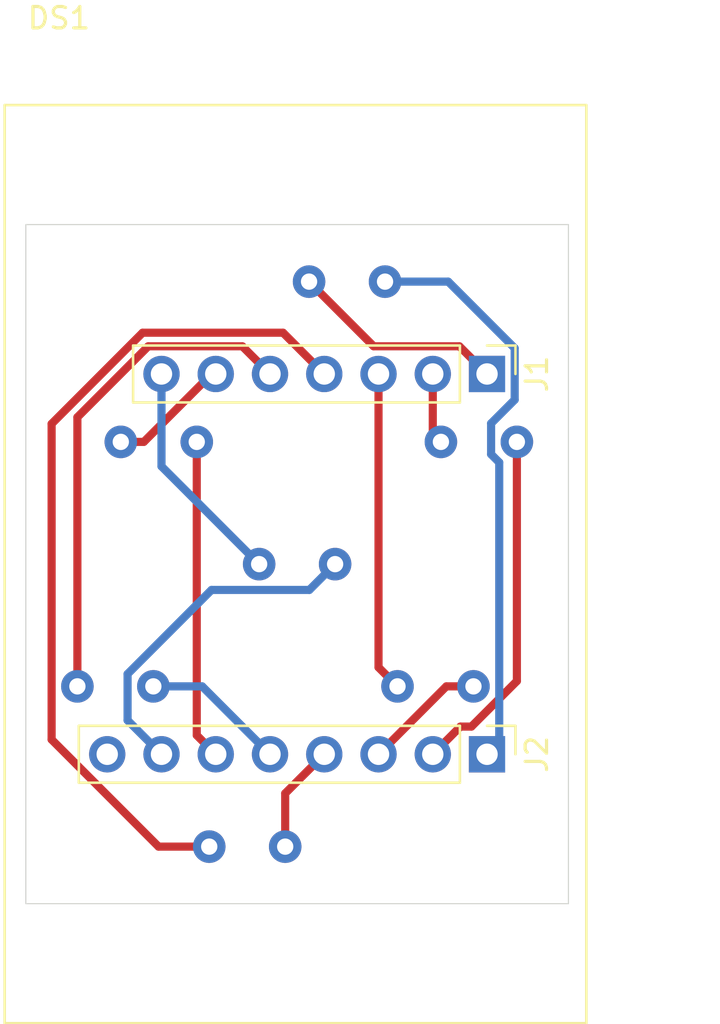
<source format=kicad_pcb>
(kicad_pcb (version 20171130) (host pcbnew 5.1.10-6.fc34)

  (general
    (thickness 1.6)
    (drawings 6)
    (tracks 47)
    (zones 0)
    (modules 3)
    (nets 16)
  )

  (page A4)
  (layers
    (0 F.Cu signal)
    (31 B.Cu signal)
    (32 B.Adhes user)
    (33 F.Adhes user)
    (34 B.Paste user)
    (35 F.Paste user)
    (36 B.SilkS user)
    (37 F.SilkS user)
    (38 B.Mask user)
    (39 F.Mask user)
    (40 Dwgs.User user)
    (41 Cmts.User user)
    (42 Eco1.User user)
    (43 Eco2.User user)
    (44 Edge.Cuts user)
    (45 Margin user)
    (46 B.CrtYd user)
    (47 F.CrtYd user)
    (48 B.Fab user)
    (49 F.Fab user)
  )

  (setup
    (last_trace_width 0.381)
    (user_trace_width 0.381)
    (trace_clearance 0.254)
    (zone_clearance 0.508)
    (zone_45_only no)
    (trace_min 0.2)
    (via_size 0.8)
    (via_drill 0.4)
    (via_min_size 0.4)
    (via_min_drill 0.3)
    (uvia_size 0.3)
    (uvia_drill 0.1)
    (uvias_allowed no)
    (uvia_min_size 0.2)
    (uvia_min_drill 0.1)
    (edge_width 0.05)
    (segment_width 0.2)
    (pcb_text_width 0.3)
    (pcb_text_size 1.5 1.5)
    (mod_edge_width 0.12)
    (mod_text_size 1 1)
    (mod_text_width 0.15)
    (pad_size 1.524 1.524)
    (pad_drill 0.762)
    (pad_to_mask_clearance 0)
    (aux_axis_origin 0 0)
    (visible_elements FFFFFF7F)
    (pcbplotparams
      (layerselection 0x010fc_ffffffff)
      (usegerberextensions false)
      (usegerberattributes true)
      (usegerberadvancedattributes true)
      (creategerberjobfile true)
      (excludeedgelayer true)
      (linewidth 0.100000)
      (plotframeref false)
      (viasonmask false)
      (mode 1)
      (useauxorigin false)
      (hpglpennumber 1)
      (hpglpenspeed 20)
      (hpglpendiameter 15.000000)
      (psnegative false)
      (psa4output false)
      (plotreference true)
      (plotvalue true)
      (plotinvisibletext false)
      (padsonsilk false)
      (subtractmaskfromsilk false)
      (outputformat 1)
      (mirror false)
      (drillshape 1)
      (scaleselection 1)
      (outputdirectory ""))
  )

  (net 0 "")
  (net 1 "Net-(DS1-PadD2)")
  (net 2 "Net-(DS1-PadD1)")
  (net 3 "Net-(DS1-PadC2)")
  (net 4 "Net-(DS1-PadC1)")
  (net 5 "Net-(DS1-PadE2)")
  (net 6 "Net-(DS1-PadE1)")
  (net 7 "Net-(DS1-PadG2)")
  (net 8 "Net-(DS1-PadG1)")
  (net 9 "Net-(DS1-PadB2)")
  (net 10 "Net-(DS1-PadB1)")
  (net 11 "Net-(DS1-PadF2)")
  (net 12 "Net-(DS1-PadF1)")
  (net 13 "Net-(DS1-PadA2)")
  (net 14 "Net-(DS1-PadA1)")
  (net 15 "Net-(J2-Pad8)")

  (net_class Default "This is the default net class."
    (clearance 0.254)
    (trace_width 0.381)
    (via_dia 0.8)
    (via_drill 0.4)
    (uvia_dia 0.3)
    (uvia_drill 0.1)
    (add_net "Net-(DS1-PadA1)")
    (add_net "Net-(DS1-PadA2)")
    (add_net "Net-(DS1-PadB1)")
    (add_net "Net-(DS1-PadB2)")
    (add_net "Net-(DS1-PadC1)")
    (add_net "Net-(DS1-PadC2)")
    (add_net "Net-(DS1-PadD1)")
    (add_net "Net-(DS1-PadD2)")
    (add_net "Net-(DS1-PadE1)")
    (add_net "Net-(DS1-PadE2)")
    (add_net "Net-(DS1-PadF1)")
    (add_net "Net-(DS1-PadF2)")
    (add_net "Net-(DS1-PadG1)")
    (add_net "Net-(DS1-PadG2)")
    (add_net "Net-(J2-Pad8)")
  )

  (module mio:Small_7_Seg_FlipDot (layer F.Cu) (tedit 6148230F) (tstamp 61483EE1)
    (at 143.51 87.63)
    (path /61475AA5)
    (fp_text reference DS1 (at -11.1506 -25.527) (layer F.SilkS)
      (effects (font (size 1 1) (thickness 0.15)))
    )
    (fp_text value Small_7_Seg_FlipDot (at -6.0706 -22.987) (layer F.Fab)
      (effects (font (size 1 1) (thickness 0.15)))
    )
    (fp_line (start 13.5382 21.463) (end -13.6906 21.463) (layer F.SilkS) (width 0.12))
    (fp_line (start 13.5382 -21.463) (end 13.5382 21.463) (layer F.SilkS) (width 0.12))
    (fp_line (start -13.6906 -21.463) (end 13.5382 -21.463) (layer F.SilkS) (width 0.12))
    (fp_line (start -13.6906 -21.463) (end -13.6906 21.463) (layer F.SilkS) (width 0.12))
    (pad A1 thru_hole circle (at 0.5588 -13.208) (size 1.524 1.524) (drill 0.762) (layers *.Cu *.Mask)
      (net 14 "Net-(DS1-PadA1)"))
    (pad A2 thru_hole circle (at 4.1148 -13.208) (size 1.524 1.524) (drill 0.762) (layers *.Cu *.Mask)
      (net 13 "Net-(DS1-PadA2)"))
    (pad F1 thru_hole circle (at -8.255 -5.715) (size 1.524 1.524) (drill 0.762) (layers *.Cu *.Mask)
      (net 12 "Net-(DS1-PadF1)"))
    (pad F2 thru_hole circle (at -4.699 -5.715) (size 1.524 1.524) (drill 0.762) (layers *.Cu *.Mask)
      (net 11 "Net-(DS1-PadF2)"))
    (pad B1 thru_hole circle (at 6.731 -5.715) (size 1.524 1.524) (drill 0.762) (layers *.Cu *.Mask)
      (net 10 "Net-(DS1-PadB1)"))
    (pad B2 thru_hole circle (at 10.287 -5.715) (size 1.524 1.524) (drill 0.762) (layers *.Cu *.Mask)
      (net 9 "Net-(DS1-PadB2)"))
    (pad G1 thru_hole circle (at -1.778 0) (size 1.524 1.524) (drill 0.762) (layers *.Cu *.Mask)
      (net 8 "Net-(DS1-PadG1)"))
    (pad G2 thru_hole circle (at 1.778 0) (size 1.524 1.524) (drill 0.762) (layers *.Cu *.Mask)
      (net 7 "Net-(DS1-PadG2)"))
    (pad E1 thru_hole circle (at -10.287 5.715) (size 1.524 1.524) (drill 0.762) (layers *.Cu *.Mask)
      (net 6 "Net-(DS1-PadE1)"))
    (pad E2 thru_hole circle (at -6.731 5.715) (size 1.524 1.524) (drill 0.762) (layers *.Cu *.Mask)
      (net 5 "Net-(DS1-PadE2)"))
    (pad C1 thru_hole circle (at 4.699 5.715) (size 1.524 1.524) (drill 0.762) (layers *.Cu *.Mask)
      (net 4 "Net-(DS1-PadC1)"))
    (pad C2 thru_hole circle (at 8.255 5.715) (size 1.524 1.524) (drill 0.762) (layers *.Cu *.Mask)
      (net 3 "Net-(DS1-PadC2)"))
    (pad D1 thru_hole circle (at -4.1148 13.208) (size 1.524 1.524) (drill 0.762) (layers *.Cu *.Mask)
      (net 2 "Net-(DS1-PadD1)"))
    (pad D2 thru_hole circle (at -0.5588 13.208) (size 1.524 1.524) (drill 0.762) (layers *.Cu *.Mask)
      (net 1 "Net-(DS1-PadD2)"))
  )

  (module Connector_PinHeader_2.54mm:PinHeader_1x08_P2.54mm_Vertical (layer F.Cu) (tedit 59FED5CC) (tstamp 61482F2D)
    (at 152.4 96.52 270)
    (descr "Through hole straight pin header, 1x08, 2.54mm pitch, single row")
    (tags "Through hole pin header THT 1x08 2.54mm single row")
    (path /61478939)
    (fp_text reference J2 (at 0 -2.33 90) (layer F.SilkS)
      (effects (font (size 1 1) (thickness 0.15)))
    )
    (fp_text value Conn_01x08_Male (at 0 20.11 90) (layer F.Fab)
      (effects (font (size 1 1) (thickness 0.15)))
    )
    (fp_text user %R (at 0 8.89) (layer F.Fab)
      (effects (font (size 1 1) (thickness 0.15)))
    )
    (fp_line (start -0.635 -1.27) (end 1.27 -1.27) (layer F.Fab) (width 0.1))
    (fp_line (start 1.27 -1.27) (end 1.27 19.05) (layer F.Fab) (width 0.1))
    (fp_line (start 1.27 19.05) (end -1.27 19.05) (layer F.Fab) (width 0.1))
    (fp_line (start -1.27 19.05) (end -1.27 -0.635) (layer F.Fab) (width 0.1))
    (fp_line (start -1.27 -0.635) (end -0.635 -1.27) (layer F.Fab) (width 0.1))
    (fp_line (start -1.33 19.11) (end 1.33 19.11) (layer F.SilkS) (width 0.12))
    (fp_line (start -1.33 1.27) (end -1.33 19.11) (layer F.SilkS) (width 0.12))
    (fp_line (start 1.33 1.27) (end 1.33 19.11) (layer F.SilkS) (width 0.12))
    (fp_line (start -1.33 1.27) (end 1.33 1.27) (layer F.SilkS) (width 0.12))
    (fp_line (start -1.33 0) (end -1.33 -1.33) (layer F.SilkS) (width 0.12))
    (fp_line (start -1.33 -1.33) (end 0 -1.33) (layer F.SilkS) (width 0.12))
    (fp_line (start -1.8 -1.8) (end -1.8 19.55) (layer F.CrtYd) (width 0.05))
    (fp_line (start -1.8 19.55) (end 1.8 19.55) (layer F.CrtYd) (width 0.05))
    (fp_line (start 1.8 19.55) (end 1.8 -1.8) (layer F.CrtYd) (width 0.05))
    (fp_line (start 1.8 -1.8) (end -1.8 -1.8) (layer F.CrtYd) (width 0.05))
    (pad 1 thru_hole rect (at 0 0 270) (size 1.7 1.7) (drill 1) (layers *.Cu *.Mask)
      (net 13 "Net-(DS1-PadA2)"))
    (pad 2 thru_hole oval (at 0 2.54 270) (size 1.7 1.7) (drill 1) (layers *.Cu *.Mask)
      (net 9 "Net-(DS1-PadB2)"))
    (pad 3 thru_hole oval (at 0 5.08 270) (size 1.7 1.7) (drill 1) (layers *.Cu *.Mask)
      (net 3 "Net-(DS1-PadC2)"))
    (pad 4 thru_hole oval (at 0 7.62 270) (size 1.7 1.7) (drill 1) (layers *.Cu *.Mask)
      (net 1 "Net-(DS1-PadD2)"))
    (pad 5 thru_hole oval (at 0 10.16 270) (size 1.7 1.7) (drill 1) (layers *.Cu *.Mask)
      (net 5 "Net-(DS1-PadE2)"))
    (pad 6 thru_hole oval (at 0 12.7 270) (size 1.7 1.7) (drill 1) (layers *.Cu *.Mask)
      (net 11 "Net-(DS1-PadF2)"))
    (pad 7 thru_hole oval (at 0 15.24 270) (size 1.7 1.7) (drill 1) (layers *.Cu *.Mask)
      (net 7 "Net-(DS1-PadG2)"))
    (pad 8 thru_hole oval (at 0 17.78 270) (size 1.7 1.7) (drill 1) (layers *.Cu *.Mask)
      (net 15 "Net-(J2-Pad8)"))
    (model ${KISYS3DMOD}/Connector_PinHeader_2.54mm.3dshapes/PinHeader_1x08_P2.54mm_Vertical.wrl
      (at (xyz 0 0 0))
      (scale (xyz 1 1 1))
      (rotate (xyz 0 0 0))
    )
  )

  (module Connector_PinHeader_2.54mm:PinHeader_1x07_P2.54mm_Vertical (layer F.Cu) (tedit 59FED5CC) (tstamp 61482F11)
    (at 152.4 78.74 270)
    (descr "Through hole straight pin header, 1x07, 2.54mm pitch, single row")
    (tags "Through hole pin header THT 1x07 2.54mm single row")
    (path /61476E67)
    (fp_text reference J1 (at 0 -2.33 90) (layer F.SilkS)
      (effects (font (size 1 1) (thickness 0.15)))
    )
    (fp_text value Conn_01x07_Male (at 0 17.57 90) (layer F.Fab)
      (effects (font (size 1 1) (thickness 0.15)))
    )
    (fp_text user %R (at 0 7.62) (layer F.Fab)
      (effects (font (size 1 1) (thickness 0.15)))
    )
    (fp_line (start -0.635 -1.27) (end 1.27 -1.27) (layer F.Fab) (width 0.1))
    (fp_line (start 1.27 -1.27) (end 1.27 16.51) (layer F.Fab) (width 0.1))
    (fp_line (start 1.27 16.51) (end -1.27 16.51) (layer F.Fab) (width 0.1))
    (fp_line (start -1.27 16.51) (end -1.27 -0.635) (layer F.Fab) (width 0.1))
    (fp_line (start -1.27 -0.635) (end -0.635 -1.27) (layer F.Fab) (width 0.1))
    (fp_line (start -1.33 16.57) (end 1.33 16.57) (layer F.SilkS) (width 0.12))
    (fp_line (start -1.33 1.27) (end -1.33 16.57) (layer F.SilkS) (width 0.12))
    (fp_line (start 1.33 1.27) (end 1.33 16.57) (layer F.SilkS) (width 0.12))
    (fp_line (start -1.33 1.27) (end 1.33 1.27) (layer F.SilkS) (width 0.12))
    (fp_line (start -1.33 0) (end -1.33 -1.33) (layer F.SilkS) (width 0.12))
    (fp_line (start -1.33 -1.33) (end 0 -1.33) (layer F.SilkS) (width 0.12))
    (fp_line (start -1.8 -1.8) (end -1.8 17.05) (layer F.CrtYd) (width 0.05))
    (fp_line (start -1.8 17.05) (end 1.8 17.05) (layer F.CrtYd) (width 0.05))
    (fp_line (start 1.8 17.05) (end 1.8 -1.8) (layer F.CrtYd) (width 0.05))
    (fp_line (start 1.8 -1.8) (end -1.8 -1.8) (layer F.CrtYd) (width 0.05))
    (pad 1 thru_hole rect (at 0 0 270) (size 1.7 1.7) (drill 1) (layers *.Cu *.Mask)
      (net 14 "Net-(DS1-PadA1)"))
    (pad 2 thru_hole oval (at 0 2.54 270) (size 1.7 1.7) (drill 1) (layers *.Cu *.Mask)
      (net 10 "Net-(DS1-PadB1)"))
    (pad 3 thru_hole oval (at 0 5.08 270) (size 1.7 1.7) (drill 1) (layers *.Cu *.Mask)
      (net 4 "Net-(DS1-PadC1)"))
    (pad 4 thru_hole oval (at 0 7.62 270) (size 1.7 1.7) (drill 1) (layers *.Cu *.Mask)
      (net 2 "Net-(DS1-PadD1)"))
    (pad 5 thru_hole oval (at 0 10.16 270) (size 1.7 1.7) (drill 1) (layers *.Cu *.Mask)
      (net 6 "Net-(DS1-PadE1)"))
    (pad 6 thru_hole oval (at 0 12.7 270) (size 1.7 1.7) (drill 1) (layers *.Cu *.Mask)
      (net 12 "Net-(DS1-PadF1)"))
    (pad 7 thru_hole oval (at 0 15.24 270) (size 1.7 1.7) (drill 1) (layers *.Cu *.Mask)
      (net 8 "Net-(DS1-PadG1)"))
    (model ${KISYS3DMOD}/Connector_PinHeader_2.54mm.3dshapes/PinHeader_1x07_P2.54mm_Vertical.wrl
      (at (xyz 0 0 0))
      (scale (xyz 1 1 1))
      (rotate (xyz 0 0 0))
    )
  )

  (dimension 31.75 (width 0.15) (layer Dwgs.User)
    (gr_text "1.2500 in" (at 161.955 87.63 90) (layer Dwgs.User)
      (effects (font (size 1 1) (thickness 0.15)))
    )
    (feature1 (pts (xy 156.21 71.755) (xy 161.241421 71.755)))
    (feature2 (pts (xy 156.21 103.505) (xy 161.241421 103.505)))
    (crossbar (pts (xy 160.655 103.505) (xy 160.655 71.755)))
    (arrow1a (pts (xy 160.655 71.755) (xy 161.241421 72.881504)))
    (arrow1b (pts (xy 160.655 71.755) (xy 160.068579 72.881504)))
    (arrow2a (pts (xy 160.655 103.505) (xy 161.241421 102.378496)))
    (arrow2b (pts (xy 160.655 103.505) (xy 160.068579 102.378496)))
  )
  (dimension 25.4 (width 0.15) (layer Dwgs.User)
    (gr_text "1.0000 in" (at 143.51 109.25) (layer Dwgs.User)
      (effects (font (size 1 1) (thickness 0.15)))
    )
    (feature1 (pts (xy 130.81 103.505) (xy 130.81 108.536421)))
    (feature2 (pts (xy 156.21 103.505) (xy 156.21 108.536421)))
    (crossbar (pts (xy 156.21 107.95) (xy 130.81 107.95)))
    (arrow1a (pts (xy 130.81 107.95) (xy 131.936504 107.363579)))
    (arrow1b (pts (xy 130.81 107.95) (xy 131.936504 108.536421)))
    (arrow2a (pts (xy 156.21 107.95) (xy 155.083496 107.363579)))
    (arrow2b (pts (xy 156.21 107.95) (xy 155.083496 108.536421)))
  )
  (gr_line (start 156.21 71.755) (end 156.21 103.505) (layer Edge.Cuts) (width 0.05) (tstamp 614849B3))
  (gr_line (start 130.81 71.755) (end 156.21 71.755) (layer Edge.Cuts) (width 0.05))
  (gr_line (start 130.81 103.505) (end 130.81 71.755) (layer Edge.Cuts) (width 0.05))
  (gr_line (start 156.21 103.505) (end 130.81 103.505) (layer Edge.Cuts) (width 0.05))

  (segment (start 142.9512 100.838) (end 142.9512 98.3488) (width 0.381) (layer F.Cu) (net 1))
  (segment (start 142.9512 98.3488) (end 144.78 96.52) (width 0.381) (layer F.Cu) (net 1))
  (segment (start 132.016499 95.832361) (end 137.022138 100.838) (width 0.381) (layer F.Cu) (net 2))
  (segment (start 132.016499 81.0696) (end 132.016499 95.832361) (width 0.381) (layer F.Cu) (net 2))
  (segment (start 136.27561 76.810489) (end 132.016499 81.0696) (width 0.381) (layer F.Cu) (net 2))
  (segment (start 142.850489 76.810489) (end 136.27561 76.810489) (width 0.381) (layer F.Cu) (net 2))
  (segment (start 144.78 78.74) (end 142.850489 76.810489) (width 0.381) (layer F.Cu) (net 2))
  (segment (start 137.022138 100.838) (end 139.319 100.838) (width 0.381) (layer F.Cu) (net 2))
  (segment (start 147.32 96.52) (end 150.495 93.345) (width 0.381) (layer F.Cu) (net 3))
  (segment (start 150.495 93.345) (end 151.765 93.345) (width 0.381) (layer F.Cu) (net 3))
  (segment (start 147.32 78.74) (end 147.32 92.456) (width 0.381) (layer F.Cu) (net 4))
  (segment (start 147.32 92.456) (end 148.209 93.345) (width 0.381) (layer F.Cu) (net 4))
  (segment (start 136.779 93.345) (end 139.065 93.345) (width 0.381) (layer B.Cu) (net 5))
  (segment (start 139.065 93.345) (end 142.24 96.52) (width 0.381) (layer B.Cu) (net 5))
  (segment (start 136.538639 77.445499) (end 140.945499 77.445499) (width 0.381) (layer F.Cu) (net 6))
  (segment (start 133.223 80.761138) (end 136.538639 77.445499) (width 0.381) (layer F.Cu) (net 6))
  (segment (start 133.223 93.345) (end 133.223 80.761138) (width 0.381) (layer F.Cu) (net 6))
  (segment (start 140.945499 77.445499) (end 142.24 78.74) (width 0.381) (layer F.Cu) (net 6))
  (segment (start 139.501877 88.836501) (end 144.081499 88.836501) (width 0.381) (layer B.Cu) (net 7))
  (segment (start 135.572499 94.932499) (end 135.572499 92.765879) (width 0.381) (layer B.Cu) (net 7))
  (segment (start 135.572499 92.765879) (end 139.501877 88.836501) (width 0.381) (layer B.Cu) (net 7))
  (segment (start 137.16 96.52) (end 135.572499 94.932499) (width 0.381) (layer B.Cu) (net 7))
  (segment (start 144.081499 88.836501) (end 145.288 87.63) (width 0.381) (layer B.Cu) (net 7))
  (segment (start 137.16 78.74) (end 137.16 83.058) (width 0.381) (layer B.Cu) (net 8))
  (segment (start 137.16 83.058) (end 141.732 87.63) (width 0.381) (layer B.Cu) (net 8))
  (segment (start 151.670123 95.225499) (end 153.797 93.098622) (width 0.381) (layer F.Cu) (net 9))
  (segment (start 151.154501 95.225499) (end 151.670123 95.225499) (width 0.381) (layer F.Cu) (net 9))
  (segment (start 149.86 96.52) (end 151.154501 95.225499) (width 0.381) (layer F.Cu) (net 9))
  (segment (start 153.797 93.098622) (end 153.797 81.915) (width 0.381) (layer F.Cu) (net 9))
  (segment (start 149.86 78.74) (end 149.86 81.534) (width 0.381) (layer F.Cu) (net 10))
  (segment (start 149.86 81.534) (end 150.241 81.915) (width 0.381) (layer F.Cu) (net 10))
  (segment (start 138.811 81.915) (end 138.811 95.631) (width 0.381) (layer F.Cu) (net 11))
  (segment (start 138.811 95.631) (end 139.7 96.52) (width 0.381) (layer F.Cu) (net 11))
  (segment (start 136.33263 81.915) (end 139.50763 78.74) (width 0.381) (layer F.Cu) (net 12))
  (segment (start 135.255 81.915) (end 136.33263 81.915) (width 0.381) (layer F.Cu) (net 12))
  (segment (start 152.4 96.52) (end 152.917501 96.002499) (width 0.381) (layer B.Cu) (net 13))
  (segment (start 153.694501 77.534399) (end 150.582102 74.422) (width 0.381) (layer B.Cu) (net 13))
  (segment (start 153.694501 79.945601) (end 153.694501 77.534399) (width 0.381) (layer B.Cu) (net 13))
  (segment (start 152.590499 81.049603) (end 153.694501 79.945601) (width 0.381) (layer B.Cu) (net 13))
  (segment (start 152.590499 82.494121) (end 152.590499 81.049603) (width 0.381) (layer B.Cu) (net 13))
  (segment (start 152.971501 82.875123) (end 152.590499 82.494121) (width 0.381) (layer B.Cu) (net 13))
  (segment (start 152.971501 95.948499) (end 152.971501 82.875123) (width 0.381) (layer B.Cu) (net 13))
  (segment (start 152.4 96.52) (end 152.971501 95.948499) (width 0.381) (layer B.Cu) (net 13))
  (segment (start 150.582102 74.422) (end 147.574 74.422) (width 0.381) (layer B.Cu) (net 13))
  (segment (start 147.092299 77.445499) (end 151.105499 77.445499) (width 0.381) (layer F.Cu) (net 14))
  (segment (start 144.0688 74.422) (end 147.092299 77.445499) (width 0.381) (layer F.Cu) (net 14))
  (segment (start 151.105499 77.445499) (end 152.4 78.74) (width 0.381) (layer F.Cu) (net 14))

)

</source>
